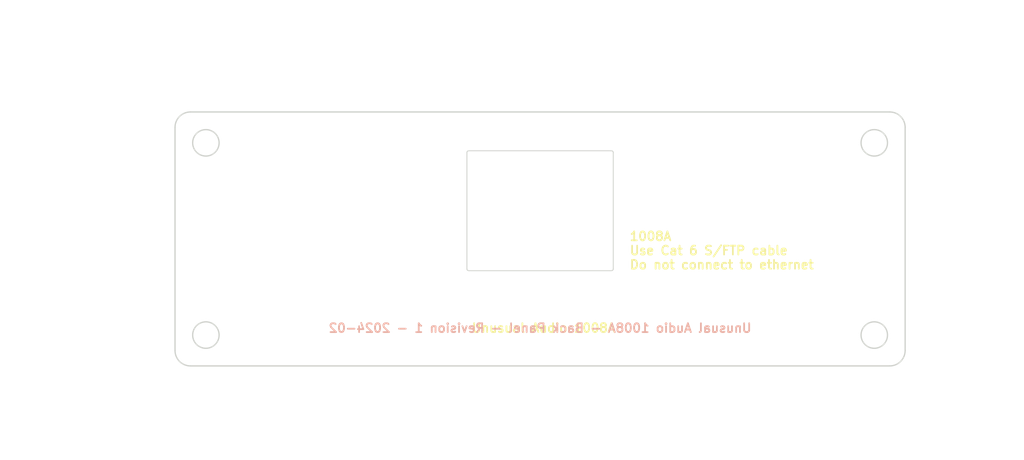
<source format=kicad_pcb>
(kicad_pcb
	(version 20240108)
	(generator "pcbnew")
	(generator_version "8.0")
	(general
		(thickness 1.6)
		(legacy_teardrops no)
	)
	(paper "A4")
	(layers
		(0 "F.Cu" signal)
		(31 "B.Cu" signal)
		(32 "B.Adhes" user "B.Adhesive")
		(33 "F.Adhes" user "F.Adhesive")
		(34 "B.Paste" user)
		(35 "F.Paste" user)
		(36 "B.SilkS" user "B.Silkscreen")
		(37 "F.SilkS" user "F.Silkscreen")
		(38 "B.Mask" user)
		(39 "F.Mask" user)
		(40 "Dwgs.User" user "User.Drawings")
		(41 "Cmts.User" user "User.Comments")
		(42 "Eco1.User" user "User.Eco1")
		(43 "Eco2.User" user "User.Eco2")
		(44 "Edge.Cuts" user)
		(45 "Margin" user)
		(46 "B.CrtYd" user "B.Courtyard")
		(47 "F.CrtYd" user "F.Courtyard")
		(48 "B.Fab" user)
		(49 "F.Fab" user)
		(50 "User.1" user)
		(51 "User.2" user)
		(52 "User.3" user)
		(53 "User.4" user)
		(54 "User.5" user)
		(55 "User.6" user)
		(56 "User.7" user)
		(57 "User.8" user)
		(58 "User.9" user)
	)
	(setup
		(pad_to_mask_clearance 0)
		(allow_soldermask_bridges_in_footprints no)
		(pcbplotparams
			(layerselection 0x00010fc_ffffffff)
			(plot_on_all_layers_selection 0x0000000_00000000)
			(disableapertmacros no)
			(usegerberextensions no)
			(usegerberattributes yes)
			(usegerberadvancedattributes yes)
			(creategerberjobfile yes)
			(dashed_line_dash_ratio 12.000000)
			(dashed_line_gap_ratio 3.000000)
			(svgprecision 4)
			(plotframeref no)
			(viasonmask no)
			(mode 1)
			(useauxorigin no)
			(hpglpennumber 1)
			(hpglpenspeed 20)
			(hpglpendiameter 15.000000)
			(pdf_front_fp_property_popups yes)
			(pdf_back_fp_property_popups yes)
			(dxfpolygonmode yes)
			(dxfimperialunits yes)
			(dxfusepcbnewfont yes)
			(psnegative no)
			(psa4output no)
			(plotreference yes)
			(plotvalue yes)
			(plotfptext yes)
			(plotinvisibletext no)
			(sketchpadsonfab no)
			(subtractmaskfromsilk no)
			(outputformat 1)
			(mirror no)
			(drillshape 0)
			(scaleselection 1)
			(outputdirectory "../Revision 1 Output/")
		)
	)
	(net 0 "")
	(gr_line
		(start 186.1 106.2)
		(end 189.1 106.2)
		(stroke
			(width 0.15)
			(type default)
		)
		(layer "Cmts.User")
		(uuid "01609ccd-ff4e-4bc8-91e4-23bebf0fa4a8")
	)
	(gr_rect
		(start 111.1 98.9)
		(end 188.3 100.7)
		(stroke
			(width 0.15)
			(type default)
		)
		(fill none)
		(layer "Cmts.User")
		(uuid "148a5672-0217-4d4c-a0f4-4ee2b33a35af")
	)
	(gr_rect
		(start 186.6 97.4)
		(end 188.3 98.9)
		(stroke
			(width 0.15)
			(type default)
		)
		(fill none)
		(layer "Cmts.User")
		(uuid "28fbc2a5-c741-458f-a817-52b0442ce7b5")
	)
	(gr_line
		(start 187.6 85.9)
		(end 187.6 82.9)
		(stroke
			(width 0.15)
			(type default)
		)
		(layer "Cmts.User")
		(uuid "2acd6973-f9da-4c0e-b71f-f294801695e3")
	)
	(gr_line
		(start 110.3 84.4)
		(end 113.3 84.4)
		(stroke
			(width 0.15)
			(type default)
		)
		(layer "Cmts.User")
		(uuid "30ea72f0-ed21-4041-bbbb-cd520626476d")
	)
	(gr_rect
		(start 111.1 82.9)
		(end 188.3 107.7)
		(stroke
			(width 0.15)
			(type default)
		)
		(fill none)
		(layer "Cmts.User")
		(uuid "4256239b-0e4e-4876-88f2-e31790a9792d")
	)
	(gr_rect
		(start 111.1 100.7)
		(end 112.8 102.2)
		(stroke
			(width 0.15)
			(type default)
		)
		(fill none)
		(layer "Cmts.User")
		(uuid "524586a4-7e3f-49ff-8c32-a15750402631")
	)
	(gr_rect
		(start 111.1 97.4)
		(end 112.8 98.9)
		(stroke
			(width 0.15)
			(type default)
		)
		(fill none)
		(layer "Cmts.User")
		(uuid "634f114b-56f9-4a6b-b767-a9c1d0477a0a")
	)
	(gr_line
		(start 187.6 107.7)
		(end 187.6 104.7)
		(stroke
			(width 0.15)
			(type default)
		)
		(layer "Cmts.User")
		(uuid "70ce7b56-ee45-4a2a-9c81-06e8eb97cd2f")
	)
	(gr_line
		(start 111.8 107.7)
		(end 111.8 104.7)
		(stroke
			(width 0.15)
			(type default)
		)
		(layer "Cmts.User")
		(uuid "70fcc64c-8bf9-47b2-80d4-c0e1cdb4dd1d")
	)
	(gr_line
		(start 111.8 85.9)
		(end 111.8 82.9)
		(stroke
			(width 0.15)
			(type default)
		)
		(layer "Cmts.User")
		(uuid "74187378-5b2c-4385-8ad3-1d25f2530cd1")
	)
	(gr_line
		(start 110.3 106.2)
		(end 113.3 106.2)
		(stroke
			(width 0.15)
			(type default)
		)
		(layer "Cmts.User")
		(uuid "7dcbb31e-ee42-4eb3-bfb0-6878b3c42da0")
	)
	(gr_line
		(start 186.1 84.4)
		(end 189.1 84.4)
		(stroke
			(width 0.15)
			(type default)
		)
		(layer "Cmts.User")
		(uuid "8466ca15-fde9-411f-a607-be1fc0997c87")
	)
	(gr_rect
		(start 186.6 100.7)
		(end 188.3 102.2)
		(stroke
			(width 0.15)
			(type default)
		)
		(fill none)
		(layer "Cmts.User")
		(uuid "b47837da-0682-4e37-8f8d-9f0ea677872a")
	)
	(gr_arc
		(start 110.05 109.7)
		(mid 108.812563 109.187437)
		(end 108.3 107.95)
		(stroke
			(width 0.15)
			(type default)
		)
		(layer "Edge.Cuts")
		(uuid "01cdd2b7-5227-45c0-ac4d-25a9c34d7c7a")
	)
	(gr_line
		(start 189.35 109.7)
		(end 110.05 109.7)
		(stroke
			(width 0.15)
			(type default)
		)
		(layer "Edge.Cuts")
		(uuid "203016d3-dd1d-4081-8983-a9c381948119")
	)
	(gr_circle
		(center 111.8 106.2)
		(end 113.3 106.2)
		(stroke
			(width 0.15)
			(type default)
		)
		(fill none)
		(layer "Edge.Cuts")
		(uuid "29e567a7-6997-4186-935a-96b42cdde80f")
	)
	(gr_line
		(start 108.3 107.95)
		(end 108.3 82.65)
		(stroke
			(width 0.15)
			(type default)
		)
		(layer "Edge.Cuts")
		(uuid "50df72f4-955c-4573-a03d-e1ab0960b34a")
	)
	(gr_arc
		(start 191.1 107.95)
		(mid 190.587437 109.187437)
		(end 189.35 109.7)
		(stroke
			(width 0.15)
			(type default)
		)
		(layer "Edge.Cuts")
		(uuid "70f30355-f890-4aa3-a235-3b24227fc884")
	)
	(gr_line
		(start 191.1 82.65)
		(end 191.1 107.95)
		(stroke
			(width 0.15)
			(type default)
		)
		(layer "Edge.Cuts")
		(uuid "7496faa9-eb33-4cc7-a419-62bbd2cc0f56")
	)
	(gr_arc
		(start 158 98.7)
		(mid 157.941421 98.841421)
		(end 157.8 98.9)
		(stroke
			(width 0.1)
			(type default)
		)
		(layer "Edge.Cuts")
		(uuid "7ffdae98-440f-4ef0-820c-a51dd3c71c6e")
	)
	(gr_line
		(start 141.4 85.5)
		(end 141.4 98.7)
		(stroke
			(width 0.1)
			(type default)
		)
		(layer "Edge.Cuts")
		(uuid "90784038-5c71-4afa-905d-717e96813702")
	)
	(gr_arc
		(start 141.6 98.9)
		(mid 141.458579 98.841421)
		(end 141.4 98.7)
		(stroke
			(width 0.1)
			(type default)
		)
		(layer "Edge.Cuts")
		(uuid "974c8250-e360-45c8-bef8-c0f46d9a808f")
	)
	(gr_circle
		(center 187.6 106.2)
		(end 189.1 106.2)
		(stroke
			(width 0.15)
			(type default)
		)
		(fill none)
		(layer "Edge.Cuts")
		(uuid "9b5f7fcb-2e2c-463a-aaac-cd020737a396")
	)
	(gr_arc
		(start 189.35 80.9)
		(mid 190.587437 81.412563)
		(end 191.1 82.65)
		(stroke
			(width 0.15)
			(type default)
		)
		(layer "Edge.Cuts")
		(uuid "a9a833dc-92a5-4d79-95e7-893ceb1702e6")
	)
	(gr_line
		(start 158 98.7)
		(end 158 85.5)
		(stroke
			(width 0.1)
			(type default)
		)
		(layer "Edge.Cuts")
		(uuid "b16bc29a-96e2-44fe-bfb0-2a1b431154fd")
	)
	(gr_arc
		(start 141.4 85.5)
		(mid 141.458579 85.358579)
		(end 141.6 85.3)
		(stroke
			(width 0.1)
			(type default)
		)
		(layer "Edge.Cuts")
		(uuid "b3b5732d-0455-4bad-bd8e-831ef62c1eed")
	)
	(gr_line
		(start 141.6 98.9)
		(end 157.8 98.9)
		(stroke
			(width 0.1)
			(type default)
		)
		(layer "Edge.Cuts")
		(uuid "dee696a4-8965-46bc-9878-7ddaf3e868ff")
	)
	(gr_arc
		(start 108.3 82.65)
		(mid 108.812563 81.412563)
		(end 110.05 80.9)
		(stroke
			(width 0.15)
			(type default)
		)
		(layer "Edge.Cuts")
		(uuid "e1772ff7-d1da-4389-861f-4962f4631ab4")
	)
	(gr_line
		(start 157.8 85.3)
		(end 141.6 85.3)
		(stroke
			(width 0.1)
			(type default)
		)
		(layer "Edge.Cuts")
		(uuid "ed706a23-e7a9-4d24-ac81-bb93fd1075f7")
	)
	(gr_arc
		(start 157.8 85.3)
		(mid 157.941421 85.358579)
		(end 158 85.5)
		(stroke
			(width 0.1)
			(type default)
		)
		(layer "Edge.Cuts")
		(uuid "edebfdb8-280f-4cc6-a5c5-ebc6be735547")
	)
	(gr_circle
		(center 111.8 84.4)
		(end 113.3 84.4)
		(stroke
			(width 0.15)
			(type default)
		)
		(fill none)
		(layer "Edge.Cuts")
		(uuid "eed67c4b-8bd4-45a4-87a9-cad36f867727")
	)
	(gr_line
		(start 110.05 80.9)
		(end 189.35 80.9)
		(stroke
			(width 0.15)
			(type default)
		)
		(layer "Edge.Cuts")
		(uuid "fa07f3cd-9171-47bc-95cf-ceced2f9ca05")
	)
	(gr_circle
		(center 187.6 84.4)
		(end 189.1 84.4)
		(stroke
			(width 0.15)
			(type default)
		)
		(fill none)
		(layer "Edge.Cuts")
		(uuid "ff609dc6-dbc4-4196-99bf-b34efd53f846")
	)
	(gr_text "Unusual Audio 1008A - Back Panel - Revision 1 - 2024-02"
		(at 149.7 105.41 0)
		(layer "B.SilkS")
		(uuid "57a6d0cb-e8c5-4d51-a2b4-71b7378517a8")
		(effects
			(font
				(size 1 1)
				(thickness 0.2)
				(bold yes)
			)
			(justify mirror)
		)
	)
	(gr_text "Unusual Audio 1008A"
		(at 150.1 105.4 0)
		(layer "F.SilkS")
		(uuid "3f6cf581-a2f7-4687-9bc0-38836aa3d2da")
		(effects
			(font
				(size 1 1)
				(thickness 0.2)
				(bold yes)
			)
		)
	)
	(gr_text "1008A\nUse Cat 6 S/FTP cable\nDo not connect to ethernet"
		(at 159.766 98.806 0)
		(layer "F.SilkS")
		(uuid "4ef66b05-e1f3-4614-9b46-6b9fd9f2420f")
		(effects
			(font
				(size 1 1)
				(thickness 0.2)
				(bold yes)
			)
			(justify left bottom)
		)
	)
	(dimension
		(type aligned)
		(layer "Cmts.User")
		(uuid "292217b9-6c8d-46df-a2ea-07cecd231dd3")
		(pts
			(xy 191.1 109.7) (xy 191.1 80.9)
		)
		(height 9.7)
		(gr_text "28.8000 mm"
			(at 199.65 95.3 90)
			(layer "Cmts.User")
			(uuid "292217b9-6c8d-46df-a2ea-07cecd231dd3")
			(effects
				(font
					(size 1 1)
					(thickness 0.15)
				)
			)
		)
		(format
			(prefix "")
			(suffix "")
			(units 3)
			(units_format 1)
			(precision 4)
		)
		(style
			(thickness 0.15)
			(arrow_length 1.27)
			(text_position_mode 0)
			(extension_height 0.58642)
			(extension_offset 0.5) keep_text_aligned)
	)
	(dimension
		(type aligned)
		(layer "Cmts.User")
		(uuid "434feb49-104c-44ad-95a0-8ac63a361648")
		(pts
			(xy 108.3 103.6) (xy 111.1 103.6)
		)
		(height -9.25)
		(gr_text "2.8000 mm"
			(at 109.7 93.2 0)
			(layer "Cmts.User")
			(uuid "434feb49-104c-44ad-95a0-8ac63a361648")
			(effects
				(font
					(size 1 1)
					(thickness 0.15)
				)
			)
		)
		(format
			(prefix "")
			(suffix "")
			(units 3)
			(units_format 1)
			(precision 4)
		)
		(style
			(thickness 0.15)
			(arrow_length 1.27)
			(text_position_mode 0)
			(extension_height 0.58642)
			(extension_offset 0.5) keep_text_aligned)
	)
	(dimension
		(type aligned)
		(layer "Cmts.User")
		(uuid "447885cd-32fd-4da4-aa0f-7c1c5adc1d1f")
		(pts
			(xy 108.3 80.9) (xy 191.1 80.9)
		)
		(height -10.7)
		(gr_text "82.8000 mm"
			(at 149.7 69.05 0)
			(layer "Cmts.User")
			(uuid "447885cd-32fd-4da4-aa0f-7c1c5adc1d1f")
			(effects
				(font
					(size 1 1)
					(thickness 0.15)
				)
			)
		)
		(format
			(prefix "")
			(suffix "")
			(units 3)
			(units_format 1)
			(precision 4)
		)
		(style
			(thickness 0.15)
			(arrow_length 1.27)
			(text_position_mode 0)
			(extension_height 0.58642)
			(extension_offset 0.5) keep_text_aligned)
	)
	(dimension
		(type aligned)
		(layer "Cmts.User")
		(uuid "4e1c388e-1743-49d2-a8b4-6a64f2544571")
		(pts
			(xy 112.8 100.7) (xy 112.8 107.7)
		)
		(height 11.75)
		(gr_text "7.0000 mm"
			(at 99.9 104.2 90)
			(layer "Cmts.User")
			(uuid "4e1c388e-1743-49d2-a8b4-6a64f2544571")
			(effects
				(font
					(size 1 1)
					(thickness 0.15)
				)
			)
		)
		(format
			(prefix "")
			(suffix "")
			(units 3)
			(units_format 1)
			(precision 4)
		)
		(style
			(thickness 0.15)
			(arrow_length 1.27)
			(text_position_mode 0)
			(extension_height 0.58642)
			(extension_offset 0.5) keep_text_aligned)
	)
	(dimension
		(type aligned)
		(layer "Cmts.User")
		(uuid "5274ec3d-3213-4c40-b907-a0722a3088c9")
		(pts
			(xy 187.6 84.4) (xy 187.6 106.2)
		)
		(height -6.75)
		(gr_text "21.8000 mm"
			(at 193.2 95.3 90)
			(layer "Cmts.User")
			(uuid "5274ec3d-3213-4c40-b907-a0722a3088c9")
			(effects
				(font
					(size 1 1)
					(thickness 0.15)
				)
			)
		)
		(format
			(prefix "")
			(suffix "")
			(units 3)
			(units_format 1)
			(precision 4)
		)
		(style
			(thickness 0.15)
			(arrow_length 1.27)
			(text_position_mode 0)
			(extension_height 0.58642)
			(extension_offset 0.5) keep_text_aligned)
	)
	(dimension
		(type aligned)
		(layer "Cmts.User")
		(uuid "9178fe7f-db9a-4ea6-b68a-ab832a610967")
		(pts
			(xy 188.3 82.9) (xy 188.3 107.7)
		)
		(height 5.05)
		(gr_text "24.8000 mm"
			(at 182.1 95.3 90)
			(layer "Cmts.User")
			(uuid "9178fe7f-db9a-4ea6-b68a-ab832a610967")
			(effects
				(font
					(size 1 1)
					(thickness 0.15)
				)
			)
		)
		(format
			(prefix "")
			(suffix "")
			(units 3)
			(units_format 1)
			(precision 4)
		)
		(style
			(thickness 0.15)
			(arrow_length 1.27)
			(text_position_mode 0)
			(extension_height 0.58642)
			(extension_offset 0.5) keep_text_aligned)
	)
	(dimension
		(type aligned)
		(layer "Cmts.User")
		(uuid "eaa29a0a-a59f-454d-a94e-32aa5f2a58df")
		(pts
			(xy 110.3 107.7) (xy 110.3 109.7)
		)
		(height 4.55)
		(gr_text "2.0000 mm"
			(at 104.6 108.7 90)
			(layer "Cmts.User")
			(uuid "eaa29a0a-a59f-454d-a94e-32aa5f2a58df")
			(effects
				(font
					(size 1 1)
					(thickness 0.15)
				)
			)
		)
		(format
			(prefix "")
			(suffix "")
			(units 3)
			(units_format 1)
			(precision 4)
		)
		(style
			(thickness 0.15)
			(arrow_length 1.27)
			(text_position_mode 0)
			(extension_height 0.58642)
			(extension_offset 0.5) keep_text_aligned)
	)
	(dimension
		(type aligned)
		(layer "Cmts.User")
		(uuid "ef5b457d-f919-4dcb-b988-a411f2406f52")
		(pts
			(xy 111.1 98.9) (xy 188.3 98.9)
		)
		(height 20.8)
		(gr_text "77.2000 mm"
			(at 149.7 118.55 0)
			(layer "Cmts.User")
			(uuid "ef5b457d-f919-4dcb-b988-a411f2406f52")
			(effects
				(font
					(size 1 1)
					(thickness 0.15)
				)
			)
		)
		(format
			(prefix "")
			(suffix "")
			(units 3)
			(units_format 1)
			(precision 4)
		)
		(style
			(thickness 0.15)
			(arrow_length 1.27)
			(text_position_mode 0)
			(extension_height 0.58642)
			(extension_offset 0.5) keep_text_aligned)
	)
	(dimension
		(type aligned)
		(layer "Cmts.User")
		(uuid "fc9db263-0736-4471-8f94-3eff9a273837")
		(pts
			(xy 187.6 84.4) (xy 111.8 84.4)
		)
		(height 6.949999)
		(gr_text "75.8000 mm"
			(at 149.7 76.300001 0)
			(layer "Cmts.User")
			(uuid "fc9db263-0736-4471-8f94-3eff9a273837")
			(effects
				(font
					(size 1 1)
					(thickness 0.15)
				)
			)
		)
		(format
			(prefix "")
			(suffix "")
			(units 3)
			(units_format 1)
			(precision 4)
		)
		(style
			(thickness 0.15)
			(arrow_length 1.27)
			(text_position_mode 0)
			(extension_height 0.58642)
			(extension_offset 0.5) keep_text_aligned)
	)
	(dimension
		(type radial)
		(layer "Cmts.User")
		(uuid "11862fdb-d0d3-4601-aa18-2cd9425adb92")
		(pts
			(xy 108.3 80.9) (xy 108.3 79.15)
		)
		(leader_length 3.81)
		(gr_text "R 1.7500 mm"
			(at 121 75.34 0)
			(layer "Cmts.User")
			(uuid "11862fdb-d0d3-4601-aa18-2cd9425adb92")
			(effects
				(font
					(size 1 1)
					(thickness 0.15)
				)
			)
		)
		(format
			(prefix "R ")
			(suffix "")
			(units 3)
			(units_format 1)
			(precision 4)
		)
		(style
			(thickness 0.15)
			(arrow_length 1.27)
			(text_position_mode 0)
			(extension_offset 0.5) keep_text_aligned)
	)
	(dimension
		(type radial)
		(layer "Cmts.User")
		(uuid "a06d351a-c979-4ef1-a6ef-b6147dee8b8f")
		(pts
			(xy 111.8 84.4) (xy 110.3 84.4)
		)
		(leader_length 3.81)
		(gr_text "R 1.5000 mm"
			(at 93.79 84.4 0)
			(layer "Cmts.User")
			(uuid "a06d351a-c979-4ef1-a6ef-b6147dee8b8f")
			(effects
				(font
					(size 1 1)
					(thickness 0.15)
				)
			)
		)
		(format
			(prefix "R ")
			(suffix "")
			(units 3)
			(units_format 1)
			(precision 4)
		)
		(style
			(thickness 0.15)
			(arrow_length 1.27)
			(text_position_mode 0)
			(extension_offset 0.5) keep_text_aligned)
	)
)
</source>
